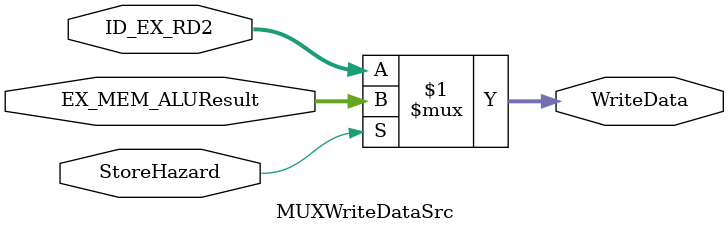
<source format=v>
`timescale 1ns / 1ps

module MUXWriteDataSrc(input StoreHazard,input [31:0] ID_EX_RD2,input [31:0]EX_MEM_ALUResult,output [31:0] WriteData);
begin

assign WriteData = StoreHazard ? EX_MEM_ALUResult : ID_EX_RD2;

end
endmodule

</source>
